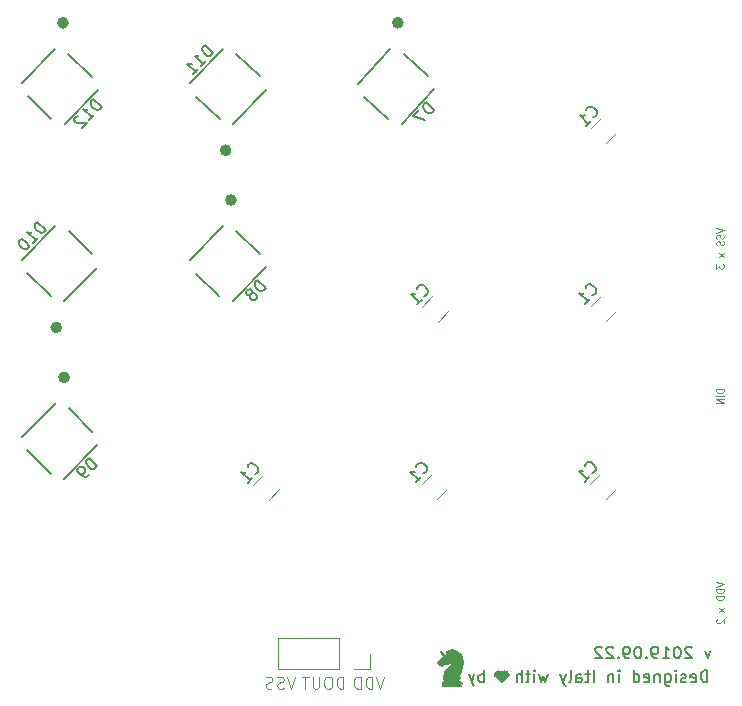
<source format=gbr>
G04 #@! TF.GenerationSoftware,KiCad,Pcbnew,5.1.4-e60b266~84~ubuntu18.04.1*
G04 #@! TF.CreationDate,2019-08-23T14:23:09+02:00*
G04 #@! TF.ProjectId,aab1,61616231-2e6b-4696-9361-645f70636258,rev?*
G04 #@! TF.SameCoordinates,Original*
G04 #@! TF.FileFunction,Legend,Bot*
G04 #@! TF.FilePolarity,Positive*
%FSLAX46Y46*%
G04 Gerber Fmt 4.6, Leading zero omitted, Abs format (unit mm)*
G04 Created by KiCad (PCBNEW 5.1.4-e60b266~84~ubuntu18.04.1) date 2019-08-23 14:23:09*
%MOMM*%
%LPD*%
G04 APERTURE LIST*
%ADD10C,0.150000*%
%ADD11C,0.100000*%
%ADD12C,0.300000*%
%ADD13C,0.500000*%
%ADD14C,0.120000*%
G04 APERTURE END LIST*
D10*
X112197825Y-145244485D02*
X111959730Y-145911151D01*
X111721635Y-145244485D01*
X110626397Y-145006390D02*
X110578778Y-144958771D01*
X110483540Y-144911151D01*
X110245444Y-144911151D01*
X110150206Y-144958771D01*
X110102587Y-145006390D01*
X110054968Y-145101628D01*
X110054968Y-145196866D01*
X110102587Y-145339723D01*
X110674016Y-145911151D01*
X110054968Y-145911151D01*
X109435921Y-144911151D02*
X109340683Y-144911151D01*
X109245444Y-144958771D01*
X109197825Y-145006390D01*
X109150206Y-145101628D01*
X109102587Y-145292104D01*
X109102587Y-145530199D01*
X109150206Y-145720675D01*
X109197825Y-145815913D01*
X109245444Y-145863532D01*
X109340683Y-145911151D01*
X109435921Y-145911151D01*
X109531159Y-145863532D01*
X109578778Y-145815913D01*
X109626397Y-145720675D01*
X109674016Y-145530199D01*
X109674016Y-145292104D01*
X109626397Y-145101628D01*
X109578778Y-145006390D01*
X109531159Y-144958771D01*
X109435921Y-144911151D01*
X108150206Y-145911151D02*
X108721635Y-145911151D01*
X108435921Y-145911151D02*
X108435921Y-144911151D01*
X108531159Y-145054009D01*
X108626397Y-145149247D01*
X108721635Y-145196866D01*
X107674016Y-145911151D02*
X107483540Y-145911151D01*
X107388302Y-145863532D01*
X107340683Y-145815913D01*
X107245444Y-145673056D01*
X107197825Y-145482580D01*
X107197825Y-145101628D01*
X107245444Y-145006390D01*
X107293064Y-144958771D01*
X107388302Y-144911151D01*
X107578778Y-144911151D01*
X107674016Y-144958771D01*
X107721635Y-145006390D01*
X107769254Y-145101628D01*
X107769254Y-145339723D01*
X107721635Y-145434961D01*
X107674016Y-145482580D01*
X107578778Y-145530199D01*
X107388302Y-145530199D01*
X107293064Y-145482580D01*
X107245444Y-145434961D01*
X107197825Y-145339723D01*
X106769254Y-145815913D02*
X106721635Y-145863532D01*
X106769254Y-145911151D01*
X106816873Y-145863532D01*
X106769254Y-145815913D01*
X106769254Y-145911151D01*
X106102587Y-144911151D02*
X106007349Y-144911151D01*
X105912111Y-144958771D01*
X105864492Y-145006390D01*
X105816873Y-145101628D01*
X105769254Y-145292104D01*
X105769254Y-145530199D01*
X105816873Y-145720675D01*
X105864492Y-145815913D01*
X105912111Y-145863532D01*
X106007349Y-145911151D01*
X106102587Y-145911151D01*
X106197825Y-145863532D01*
X106245444Y-145815913D01*
X106293064Y-145720675D01*
X106340683Y-145530199D01*
X106340683Y-145292104D01*
X106293064Y-145101628D01*
X106245444Y-145006390D01*
X106197825Y-144958771D01*
X106102587Y-144911151D01*
X105293064Y-145911151D02*
X105102587Y-145911151D01*
X105007349Y-145863532D01*
X104959730Y-145815913D01*
X104864492Y-145673056D01*
X104816873Y-145482580D01*
X104816873Y-145101628D01*
X104864492Y-145006390D01*
X104912111Y-144958771D01*
X105007349Y-144911151D01*
X105197825Y-144911151D01*
X105293064Y-144958771D01*
X105340683Y-145006390D01*
X105388302Y-145101628D01*
X105388302Y-145339723D01*
X105340683Y-145434961D01*
X105293064Y-145482580D01*
X105197825Y-145530199D01*
X105007349Y-145530199D01*
X104912111Y-145482580D01*
X104864492Y-145434961D01*
X104816873Y-145339723D01*
X104388302Y-145815913D02*
X104340683Y-145863532D01*
X104388302Y-145911151D01*
X104435921Y-145863532D01*
X104388302Y-145815913D01*
X104388302Y-145911151D01*
X103959730Y-145006390D02*
X103912111Y-144958771D01*
X103816873Y-144911151D01*
X103578778Y-144911151D01*
X103483540Y-144958771D01*
X103435921Y-145006390D01*
X103388302Y-145101628D01*
X103388302Y-145196866D01*
X103435921Y-145339723D01*
X104007349Y-145911151D01*
X103388302Y-145911151D01*
X103007349Y-145006390D02*
X102959730Y-144958771D01*
X102864492Y-144911151D01*
X102626397Y-144911151D01*
X102531159Y-144958771D01*
X102483540Y-145006390D01*
X102435921Y-145101628D01*
X102435921Y-145196866D01*
X102483540Y-145339723D01*
X103054968Y-145911151D01*
X102435921Y-145911151D01*
D11*
G36*
X90583228Y-145163418D02*
G01*
X91044424Y-145515706D01*
X91236376Y-146196671D01*
X91038865Y-147185954D01*
X90868228Y-147239708D01*
X90978228Y-147605012D01*
X90868228Y-147748623D01*
X91128170Y-147984395D01*
X91047523Y-148213771D01*
X89500679Y-148213771D01*
X89433162Y-147945469D01*
X89679275Y-147753036D01*
X89564421Y-147622216D01*
X89678750Y-147036705D01*
X90293064Y-146308771D01*
X89644086Y-146351571D01*
X89523228Y-146490801D01*
X89367755Y-146515301D01*
X89152553Y-146392781D01*
X89074975Y-146254658D01*
X89183228Y-146037361D01*
X89567355Y-145717093D01*
X89304716Y-145325862D01*
X89305245Y-145248770D01*
X89361079Y-145242167D01*
X89721367Y-145593771D01*
X89774375Y-145548771D01*
X89830847Y-145308770D01*
X90291728Y-145110479D01*
X90583228Y-145163418D01*
G37*
X90583228Y-145163418D02*
X91044424Y-145515706D01*
X91236376Y-146196671D01*
X91038865Y-147185954D01*
X90868228Y-147239708D01*
X90978228Y-147605012D01*
X90868228Y-147748623D01*
X91128170Y-147984395D01*
X91047523Y-148213771D01*
X89500679Y-148213771D01*
X89433162Y-147945469D01*
X89679275Y-147753036D01*
X89564421Y-147622216D01*
X89678750Y-147036705D01*
X90293064Y-146308771D01*
X89644086Y-146351571D01*
X89523228Y-146490801D01*
X89367755Y-146515301D01*
X89152553Y-146392781D01*
X89074975Y-146254658D01*
X89183228Y-146037361D01*
X89567355Y-145717093D01*
X89304716Y-145325862D01*
X89305245Y-145248770D01*
X89361079Y-145242167D01*
X89721367Y-145593771D01*
X89774375Y-145548771D01*
X89830847Y-145308770D01*
X90291728Y-145110479D01*
X90583228Y-145163418D01*
D12*
X94782000Y-147338000D02*
G75*
G02X94274000Y-147338000I-254000J0D01*
G01*
X94528000Y-147846000D02*
X95036000Y-147338000D01*
X94020000Y-147338000D02*
X94528000Y-147846000D01*
X94528000Y-147338000D02*
G75*
G02X95036000Y-147338000I254000J0D01*
G01*
X94020000Y-147338000D02*
G75*
G02X94528000Y-147338000I254000J0D01*
G01*
D10*
X111940683Y-147911151D02*
X111940683Y-146911151D01*
X111702587Y-146911151D01*
X111559730Y-146958771D01*
X111464492Y-147054009D01*
X111416873Y-147149247D01*
X111369254Y-147339723D01*
X111369254Y-147482580D01*
X111416873Y-147673056D01*
X111464492Y-147768294D01*
X111559730Y-147863532D01*
X111702587Y-147911151D01*
X111940683Y-147911151D01*
X110559730Y-147863532D02*
X110654968Y-147911151D01*
X110845444Y-147911151D01*
X110940683Y-147863532D01*
X110988302Y-147768294D01*
X110988302Y-147387342D01*
X110940683Y-147292104D01*
X110845444Y-147244485D01*
X110654968Y-147244485D01*
X110559730Y-147292104D01*
X110512111Y-147387342D01*
X110512111Y-147482580D01*
X110988302Y-147577818D01*
X110131159Y-147863532D02*
X110035921Y-147911151D01*
X109845444Y-147911151D01*
X109750206Y-147863532D01*
X109702587Y-147768294D01*
X109702587Y-147720675D01*
X109750206Y-147625437D01*
X109845444Y-147577818D01*
X109988302Y-147577818D01*
X110083540Y-147530199D01*
X110131159Y-147434961D01*
X110131159Y-147387342D01*
X110083540Y-147292104D01*
X109988302Y-147244485D01*
X109845444Y-147244485D01*
X109750206Y-147292104D01*
X109274016Y-147911151D02*
X109274016Y-147244485D01*
X109274016Y-146911151D02*
X109321635Y-146958771D01*
X109274016Y-147006390D01*
X109226397Y-146958771D01*
X109274016Y-146911151D01*
X109274016Y-147006390D01*
X108369254Y-147244485D02*
X108369254Y-148054009D01*
X108416873Y-148149247D01*
X108464492Y-148196866D01*
X108559730Y-148244485D01*
X108702587Y-148244485D01*
X108797825Y-148196866D01*
X108369254Y-147863532D02*
X108464492Y-147911151D01*
X108654968Y-147911151D01*
X108750206Y-147863532D01*
X108797825Y-147815913D01*
X108845444Y-147720675D01*
X108845444Y-147434961D01*
X108797825Y-147339723D01*
X108750206Y-147292104D01*
X108654968Y-147244485D01*
X108464492Y-147244485D01*
X108369254Y-147292104D01*
X107893064Y-147244485D02*
X107893064Y-147911151D01*
X107893064Y-147339723D02*
X107845444Y-147292104D01*
X107750206Y-147244485D01*
X107607349Y-147244485D01*
X107512111Y-147292104D01*
X107464492Y-147387342D01*
X107464492Y-147911151D01*
X106607349Y-147863532D02*
X106702587Y-147911151D01*
X106893064Y-147911151D01*
X106988302Y-147863532D01*
X107035921Y-147768294D01*
X107035921Y-147387342D01*
X106988302Y-147292104D01*
X106893064Y-147244485D01*
X106702587Y-147244485D01*
X106607349Y-147292104D01*
X106559730Y-147387342D01*
X106559730Y-147482580D01*
X107035921Y-147577818D01*
X105702587Y-147911151D02*
X105702587Y-146911151D01*
X105702587Y-147863532D02*
X105797825Y-147911151D01*
X105988302Y-147911151D01*
X106083540Y-147863532D01*
X106131159Y-147815913D01*
X106178778Y-147720675D01*
X106178778Y-147434961D01*
X106131159Y-147339723D01*
X106083540Y-147292104D01*
X105988302Y-147244485D01*
X105797825Y-147244485D01*
X105702587Y-147292104D01*
X104464492Y-147911151D02*
X104464492Y-147244485D01*
X104464492Y-146911151D02*
X104512111Y-146958771D01*
X104464492Y-147006390D01*
X104416873Y-146958771D01*
X104464492Y-146911151D01*
X104464492Y-147006390D01*
X103988302Y-147244485D02*
X103988302Y-147911151D01*
X103988302Y-147339723D02*
X103940683Y-147292104D01*
X103845444Y-147244485D01*
X103702587Y-147244485D01*
X103607349Y-147292104D01*
X103559730Y-147387342D01*
X103559730Y-147911151D01*
X102321635Y-147911151D02*
X102321635Y-146911151D01*
X101988302Y-147244485D02*
X101607349Y-147244485D01*
X101845444Y-146911151D02*
X101845444Y-147768294D01*
X101797825Y-147863532D01*
X101702587Y-147911151D01*
X101607349Y-147911151D01*
X100845444Y-147911151D02*
X100845444Y-147387342D01*
X100893064Y-147292104D01*
X100988302Y-147244485D01*
X101178778Y-147244485D01*
X101274016Y-147292104D01*
X100845444Y-147863532D02*
X100940683Y-147911151D01*
X101178778Y-147911151D01*
X101274016Y-147863532D01*
X101321635Y-147768294D01*
X101321635Y-147673056D01*
X101274016Y-147577818D01*
X101178778Y-147530199D01*
X100940683Y-147530199D01*
X100845444Y-147482580D01*
X100226397Y-147911151D02*
X100321635Y-147863532D01*
X100369254Y-147768294D01*
X100369254Y-146911151D01*
X99940683Y-147244485D02*
X99702587Y-147911151D01*
X99464492Y-147244485D02*
X99702587Y-147911151D01*
X99797825Y-148149247D01*
X99845444Y-148196866D01*
X99940683Y-148244485D01*
X98416873Y-147244485D02*
X98226397Y-147911151D01*
X98035921Y-147434961D01*
X97845444Y-147911151D01*
X97654968Y-147244485D01*
X97274016Y-147911151D02*
X97274016Y-147244485D01*
X97274016Y-146911151D02*
X97321635Y-146958771D01*
X97274016Y-147006390D01*
X97226397Y-146958771D01*
X97274016Y-146911151D01*
X97274016Y-147006390D01*
X96940683Y-147244485D02*
X96559730Y-147244485D01*
X96797825Y-146911151D02*
X96797825Y-147768294D01*
X96750206Y-147863532D01*
X96654968Y-147911151D01*
X96559730Y-147911151D01*
X96226397Y-147911151D02*
X96226397Y-146911151D01*
X95797825Y-147911151D02*
X95797825Y-147387342D01*
X95845444Y-147292104D01*
X95940683Y-147244485D01*
X96083540Y-147244485D01*
X96178778Y-147292104D01*
X96226397Y-147339723D01*
X93035921Y-147911151D02*
X93035921Y-146911151D01*
X93035921Y-147292104D02*
X92940683Y-147244485D01*
X92750206Y-147244485D01*
X92654968Y-147292104D01*
X92607349Y-147339723D01*
X92559730Y-147434961D01*
X92559730Y-147720675D01*
X92607349Y-147815913D01*
X92654968Y-147863532D01*
X92750206Y-147911151D01*
X92940683Y-147911151D01*
X93035921Y-147863532D01*
X92226397Y-147244485D02*
X91988302Y-147911151D01*
X91750206Y-147244485D02*
X91988302Y-147911151D01*
X92083540Y-148149247D01*
X92131159Y-148196866D01*
X92226397Y-148244485D01*
D11*
X112714492Y-139423056D02*
X113314492Y-139623056D01*
X112714492Y-139823056D01*
X113314492Y-140023056D02*
X112714492Y-140023056D01*
X112714492Y-140165913D01*
X112743064Y-140251628D01*
X112800206Y-140308771D01*
X112857349Y-140337342D01*
X112971635Y-140365913D01*
X113057349Y-140365913D01*
X113171635Y-140337342D01*
X113228778Y-140308771D01*
X113285921Y-140251628D01*
X113314492Y-140165913D01*
X113314492Y-140023056D01*
X113314492Y-140623056D02*
X112714492Y-140623056D01*
X112714492Y-140765913D01*
X112743064Y-140851628D01*
X112800206Y-140908771D01*
X112857349Y-140937342D01*
X112971635Y-140965913D01*
X113057349Y-140965913D01*
X113171635Y-140937342D01*
X113228778Y-140908771D01*
X113285921Y-140851628D01*
X113314492Y-140765913D01*
X113314492Y-140623056D01*
X113314492Y-141623056D02*
X112914492Y-141937342D01*
X112914492Y-141623056D02*
X113314492Y-141937342D01*
X112771635Y-142594485D02*
X112743064Y-142623056D01*
X112714492Y-142680199D01*
X112714492Y-142823056D01*
X112743064Y-142880199D01*
X112771635Y-142908771D01*
X112828778Y-142937342D01*
X112885921Y-142937342D01*
X112971635Y-142908771D01*
X113314492Y-142565913D01*
X113314492Y-142937342D01*
X113314492Y-123094485D02*
X112714492Y-123094485D01*
X112714492Y-123237342D01*
X112743064Y-123323056D01*
X112800206Y-123380199D01*
X112857349Y-123408771D01*
X112971635Y-123437342D01*
X113057349Y-123437342D01*
X113171635Y-123408771D01*
X113228778Y-123380199D01*
X113285921Y-123323056D01*
X113314492Y-123237342D01*
X113314492Y-123094485D01*
X113314492Y-123694485D02*
X112714492Y-123694485D01*
X113314492Y-123980199D02*
X112714492Y-123980199D01*
X113314492Y-124323056D01*
X112714492Y-124323056D01*
X112714492Y-109451628D02*
X113314492Y-109651628D01*
X112714492Y-109851628D01*
X113285921Y-110023056D02*
X113314492Y-110108771D01*
X113314492Y-110251628D01*
X113285921Y-110308771D01*
X113257349Y-110337342D01*
X113200206Y-110365913D01*
X113143064Y-110365913D01*
X113085921Y-110337342D01*
X113057349Y-110308771D01*
X113028778Y-110251628D01*
X113000206Y-110137342D01*
X112971635Y-110080199D01*
X112943064Y-110051628D01*
X112885921Y-110023056D01*
X112828778Y-110023056D01*
X112771635Y-110051628D01*
X112743064Y-110080199D01*
X112714492Y-110137342D01*
X112714492Y-110280199D01*
X112743064Y-110365913D01*
X113285921Y-110594485D02*
X113314492Y-110680199D01*
X113314492Y-110823056D01*
X113285921Y-110880199D01*
X113257349Y-110908771D01*
X113200206Y-110937342D01*
X113143064Y-110937342D01*
X113085921Y-110908771D01*
X113057349Y-110880199D01*
X113028778Y-110823056D01*
X113000206Y-110708771D01*
X112971635Y-110651628D01*
X112943064Y-110623056D01*
X112885921Y-110594485D01*
X112828778Y-110594485D01*
X112771635Y-110623056D01*
X112743064Y-110651628D01*
X112714492Y-110708771D01*
X112714492Y-110851628D01*
X112743064Y-110937342D01*
X113314492Y-111594485D02*
X112914492Y-111908771D01*
X112914492Y-111594485D02*
X113314492Y-111908771D01*
X112714492Y-112537342D02*
X112714492Y-112908771D01*
X112943064Y-112708771D01*
X112943064Y-112794485D01*
X112971635Y-112851628D01*
X113000206Y-112880199D01*
X113057349Y-112908771D01*
X113200206Y-112908771D01*
X113257349Y-112880199D01*
X113285921Y-112851628D01*
X113314492Y-112794485D01*
X113314492Y-112623056D01*
X113285921Y-112565913D01*
X113257349Y-112537342D01*
X77028778Y-147461151D02*
X76695444Y-148461151D01*
X76362111Y-147461151D01*
X76076397Y-148413532D02*
X75933540Y-148461151D01*
X75695444Y-148461151D01*
X75600206Y-148413532D01*
X75552587Y-148365913D01*
X75504968Y-148270675D01*
X75504968Y-148175437D01*
X75552587Y-148080199D01*
X75600206Y-148032580D01*
X75695444Y-147984961D01*
X75885921Y-147937342D01*
X75981159Y-147889723D01*
X76028778Y-147842104D01*
X76076397Y-147746866D01*
X76076397Y-147651628D01*
X76028778Y-147556390D01*
X75981159Y-147508771D01*
X75885921Y-147461151D01*
X75647825Y-147461151D01*
X75504968Y-147508771D01*
X75124016Y-148413532D02*
X74981159Y-148461151D01*
X74743064Y-148461151D01*
X74647825Y-148413532D01*
X74600206Y-148365913D01*
X74552587Y-148270675D01*
X74552587Y-148175437D01*
X74600206Y-148080199D01*
X74647825Y-148032580D01*
X74743064Y-147984961D01*
X74933540Y-147937342D01*
X75028778Y-147889723D01*
X75076397Y-147842104D01*
X75124016Y-147746866D01*
X75124016Y-147651628D01*
X75076397Y-147556390D01*
X75028778Y-147508771D01*
X74933540Y-147461151D01*
X74695444Y-147461151D01*
X74552587Y-147508771D01*
X81133540Y-148461151D02*
X81133540Y-147461151D01*
X80895444Y-147461151D01*
X80752587Y-147508771D01*
X80657349Y-147604009D01*
X80609730Y-147699247D01*
X80562111Y-147889723D01*
X80562111Y-148032580D01*
X80609730Y-148223056D01*
X80657349Y-148318294D01*
X80752587Y-148413532D01*
X80895444Y-148461151D01*
X81133540Y-148461151D01*
X79943064Y-147461151D02*
X79752587Y-147461151D01*
X79657349Y-147508771D01*
X79562111Y-147604009D01*
X79514492Y-147794485D01*
X79514492Y-148127818D01*
X79562111Y-148318294D01*
X79657349Y-148413532D01*
X79752587Y-148461151D01*
X79943064Y-148461151D01*
X80038302Y-148413532D01*
X80133540Y-148318294D01*
X80181159Y-148127818D01*
X80181159Y-147794485D01*
X80133540Y-147604009D01*
X80038302Y-147508771D01*
X79943064Y-147461151D01*
X79085921Y-147461151D02*
X79085921Y-148270675D01*
X79038302Y-148365913D01*
X78990683Y-148413532D01*
X78895444Y-148461151D01*
X78704968Y-148461151D01*
X78609730Y-148413532D01*
X78562111Y-148365913D01*
X78514492Y-148270675D01*
X78514492Y-147461151D01*
X78181159Y-147461151D02*
X77609730Y-147461151D01*
X77895444Y-148461151D02*
X77895444Y-147461151D01*
X84576397Y-147461151D02*
X84243064Y-148461151D01*
X83909730Y-147461151D01*
X83576397Y-148461151D02*
X83576397Y-147461151D01*
X83338302Y-147461151D01*
X83195444Y-147508771D01*
X83100206Y-147604009D01*
X83052587Y-147699247D01*
X83004968Y-147889723D01*
X83004968Y-148032580D01*
X83052587Y-148223056D01*
X83100206Y-148318294D01*
X83195444Y-148413532D01*
X83338302Y-148461151D01*
X83576397Y-148461151D01*
X82576397Y-148461151D02*
X82576397Y-147461151D01*
X82338302Y-147461151D01*
X82195444Y-147508771D01*
X82100206Y-147604009D01*
X82052587Y-147699247D01*
X82004968Y-147889723D01*
X82004968Y-148032580D01*
X82052587Y-148223056D01*
X82100206Y-148318294D01*
X82195444Y-148413532D01*
X82338302Y-148461151D01*
X82576397Y-148461151D01*
D13*
X57630310Y-92092121D02*
G75*
G03X57630310Y-92092121I-250000J0D01*
G01*
D10*
X57849338Y-94714038D02*
X59866881Y-96655563D01*
X56399872Y-100258318D02*
X54382329Y-98316793D01*
X56710031Y-94311571D02*
X53936424Y-97193776D01*
X60312786Y-97778580D02*
X57539179Y-100660785D01*
D13*
X57068935Y-117881747D02*
G75*
G03X57068935Y-117881747I-250000J0D01*
G01*
D10*
X56372805Y-115255837D02*
X54372282Y-113296780D01*
X57870599Y-109724417D02*
X59871122Y-111683474D01*
X57508557Y-115668231D02*
X60307210Y-112810340D01*
X53936194Y-112169914D02*
X56734847Y-109312023D01*
D13*
X71404289Y-102882617D02*
G75*
G03X71404289Y-102882617I-250001J0D01*
G01*
D10*
X70657830Y-100265756D02*
X68620066Y-98345464D01*
X72049158Y-94706600D02*
X74086922Y-96626892D01*
X71801289Y-100656269D02*
X74544563Y-97745178D01*
X68162425Y-97227178D02*
X70905699Y-94316087D01*
D13*
X57728009Y-122105923D02*
G75*
G03X57728009Y-122105923I-250000J0D01*
G01*
D10*
X57896616Y-124736361D02*
X59876515Y-126716260D01*
X56340982Y-130251793D02*
X54361083Y-128271894D01*
X56765246Y-124312096D02*
X53936818Y-127140524D01*
X60300780Y-127847630D02*
X57472352Y-130676058D01*
D13*
X71856296Y-107096070D02*
G75*
G03X71856296Y-107096070I-250000J0D01*
G01*
D10*
X72075324Y-109717987D02*
X74092867Y-111659512D01*
X70625858Y-115262267D02*
X68608315Y-113320742D01*
X70936017Y-109315520D02*
X68162410Y-112197725D01*
X74538772Y-112782529D02*
X71765165Y-115664734D01*
D13*
X85984488Y-92088207D02*
G75*
G03X85984488Y-92088207I-249999J0D01*
G01*
D10*
X86253764Y-94700636D02*
X88308208Y-96603071D01*
X84911002Y-100271720D02*
X82856558Y-98369285D01*
X85106941Y-94320115D02*
X82389176Y-97255034D01*
X88775590Y-97717322D02*
X86057825Y-100652241D01*
D14*
X104246941Y-101457080D02*
X103395494Y-102308527D01*
X102960006Y-100170145D02*
X102108559Y-101021592D01*
X104208889Y-116487544D02*
X103366405Y-117347861D01*
X102908549Y-115214157D02*
X102066065Y-116074474D01*
X89947340Y-116513612D02*
X89112395Y-117381248D01*
X88635937Y-115251620D02*
X87800992Y-116119256D01*
X104170020Y-131520998D02*
X103335075Y-132388634D01*
X102858617Y-130259006D02*
X102023672Y-131126642D01*
X89911723Y-131542722D02*
X89085910Y-132419053D01*
X88587176Y-130294533D02*
X87761363Y-131170864D01*
X83351532Y-146830000D02*
X83351532Y-145500000D01*
X82021532Y-146830000D02*
X83351532Y-146830000D01*
X80751532Y-146830000D02*
X80751532Y-144170000D01*
X80751532Y-144170000D02*
X75611532Y-144170000D01*
X80751532Y-146830000D02*
X75611532Y-146830000D01*
X75611532Y-146830000D02*
X75611532Y-144170000D01*
X75648752Y-131571467D02*
X74830618Y-132454972D01*
X74313364Y-130334884D02*
X73495230Y-131218389D01*
D10*
X60670374Y-99213129D02*
X59949823Y-98519728D01*
X59784727Y-98691287D01*
X59719982Y-98827242D01*
X59722567Y-98961905D01*
X59758172Y-99062255D01*
X59862401Y-99228643D01*
X59965337Y-99327701D01*
X60135604Y-99425465D01*
X60237247Y-99457192D01*
X60371909Y-99454606D01*
X60505278Y-99384689D01*
X60670374Y-99213129D01*
X59613762Y-100311112D02*
X60009991Y-99899369D01*
X59811877Y-100105240D02*
X59091325Y-99411838D01*
X59260300Y-99442272D01*
X59394962Y-99439686D01*
X59495312Y-99404081D01*
X58697681Y-99958244D02*
X58630350Y-99959537D01*
X58530000Y-99995142D01*
X58364904Y-100166701D01*
X58333178Y-100268345D01*
X58334471Y-100335676D01*
X58370076Y-100436026D01*
X58438700Y-100502064D01*
X58574655Y-100566810D01*
X59382628Y-100551296D01*
X58953379Y-100997351D01*
X55936747Y-109630178D02*
X55222274Y-108930515D01*
X55055687Y-109100627D01*
X54989758Y-109236012D01*
X54991168Y-109370692D01*
X55025896Y-109471349D01*
X55128669Y-109638640D01*
X55230736Y-109738592D01*
X55400144Y-109837839D01*
X55501506Y-109870451D01*
X55636186Y-109869041D01*
X55770160Y-109800290D01*
X55936747Y-109630178D01*
X54870593Y-110718898D02*
X55270400Y-110310628D01*
X55070497Y-110514763D02*
X54356024Y-109815100D01*
X54524726Y-109847007D01*
X54659406Y-109845596D01*
X54760063Y-109810869D01*
X53722995Y-110461527D02*
X53656361Y-110529572D01*
X53623749Y-110630935D01*
X53624454Y-110698275D01*
X53659181Y-110798932D01*
X53761954Y-110966223D01*
X53932067Y-111132810D01*
X54101474Y-111232057D01*
X54202836Y-111264669D01*
X54270176Y-111263964D01*
X54370833Y-111229236D01*
X54437468Y-111161191D01*
X54470080Y-111059828D01*
X54469375Y-110992489D01*
X54434647Y-110891832D01*
X54331874Y-110724540D01*
X54161762Y-110557953D01*
X53992355Y-110458707D01*
X53890992Y-110426095D01*
X53823652Y-110426800D01*
X53722995Y-110461527D01*
X70113853Y-94649504D02*
X69386081Y-93963685D01*
X69222791Y-94136964D01*
X69159472Y-94273590D01*
X69163468Y-94408218D01*
X69200122Y-94508190D01*
X69306087Y-94673478D01*
X69410055Y-94771452D01*
X69581336Y-94867428D01*
X69683306Y-94898088D01*
X69817933Y-94894092D01*
X69950563Y-94822783D01*
X70113853Y-94649504D01*
X69068797Y-95758491D02*
X69460693Y-95342621D01*
X69264745Y-95550556D02*
X68536972Y-94864737D01*
X68706256Y-94893400D01*
X68840884Y-94889404D01*
X68940855Y-94852750D01*
X68415637Y-96451608D02*
X68807533Y-96035737D01*
X68611585Y-96243672D02*
X67883812Y-95557854D01*
X68053096Y-95586517D01*
X68187723Y-95582521D01*
X68287695Y-95545867D01*
X60294044Y-129625498D02*
X59586938Y-128918391D01*
X59418579Y-129086750D01*
X59351235Y-129221437D01*
X59351235Y-129356124D01*
X59384907Y-129457139D01*
X59485922Y-129625498D01*
X59586938Y-129726513D01*
X59755296Y-129827529D01*
X59856312Y-129861200D01*
X59990999Y-129861200D01*
X60125686Y-129793857D01*
X60294044Y-129625498D01*
X59553266Y-130366277D02*
X59418579Y-130500964D01*
X59317563Y-130534635D01*
X59250220Y-130534635D01*
X59081861Y-130500964D01*
X58913502Y-130399948D01*
X58644128Y-130130574D01*
X58610457Y-130029559D01*
X58610457Y-129962216D01*
X58644128Y-129861200D01*
X58778815Y-129726513D01*
X58879831Y-129692841D01*
X58947174Y-129692841D01*
X59048189Y-129726513D01*
X59216548Y-129894872D01*
X59250220Y-129995887D01*
X59250220Y-130063231D01*
X59216548Y-130164246D01*
X59081861Y-130298933D01*
X58980846Y-130332605D01*
X58913502Y-130332605D01*
X58812487Y-130298933D01*
X74566170Y-114560199D02*
X73845619Y-113866797D01*
X73680523Y-114038357D01*
X73615777Y-114174312D01*
X73618363Y-114308974D01*
X73653968Y-114409324D01*
X73758197Y-114575713D01*
X73861132Y-114674770D01*
X74031399Y-114772535D01*
X74133042Y-114804261D01*
X74267705Y-114801675D01*
X74401074Y-114731759D01*
X74566170Y-114560199D01*
X73361967Y-114987456D02*
X73393693Y-114885813D01*
X73392400Y-114818482D01*
X73356796Y-114718132D01*
X73322484Y-114685113D01*
X73220841Y-114653386D01*
X73153510Y-114654679D01*
X73053159Y-114690284D01*
X72921083Y-114827532D01*
X72889356Y-114929175D01*
X72890649Y-114996506D01*
X72926254Y-115096856D01*
X72960566Y-115129875D01*
X73062209Y-115161602D01*
X73129540Y-115160309D01*
X73229890Y-115124704D01*
X73361967Y-114987456D01*
X73462317Y-114951852D01*
X73529648Y-114950559D01*
X73631291Y-114982285D01*
X73768539Y-115114362D01*
X73804144Y-115214712D01*
X73805437Y-115282043D01*
X73773710Y-115383686D01*
X73641634Y-115520934D01*
X73541284Y-115556539D01*
X73473953Y-115557831D01*
X73372310Y-115526105D01*
X73235062Y-115394029D01*
X73199457Y-115293678D01*
X73198164Y-115226347D01*
X73229890Y-115124704D01*
X88837109Y-99494137D02*
X88103379Y-98814696D01*
X87941608Y-98989394D01*
X87879484Y-99126566D01*
X87884655Y-99261154D01*
X87922179Y-99360802D01*
X88029583Y-99525159D01*
X88134401Y-99622222D01*
X88306514Y-99716700D01*
X88408747Y-99746469D01*
X88543335Y-99741299D01*
X88675338Y-99668835D01*
X88837109Y-99494137D01*
X87488647Y-99478547D02*
X87035686Y-99967700D01*
X88060605Y-100332686D01*
X102261205Y-100087089D02*
X102328548Y-100087089D01*
X102463235Y-100019745D01*
X102530579Y-99952402D01*
X102597922Y-99817714D01*
X102597922Y-99683027D01*
X102564251Y-99582012D01*
X102463235Y-99413653D01*
X102362220Y-99312638D01*
X102193861Y-99211623D01*
X102092846Y-99177951D01*
X101958159Y-99177951D01*
X101823472Y-99245295D01*
X101756128Y-99312638D01*
X101688785Y-99447325D01*
X101688785Y-99514669D01*
X101655113Y-100827867D02*
X102059174Y-100423806D01*
X101857144Y-100625837D02*
X101150037Y-99918730D01*
X101318396Y-99952402D01*
X101453083Y-99952402D01*
X101554098Y-99918730D01*
X102208916Y-115138422D02*
X102276256Y-115137717D01*
X102410230Y-115068967D01*
X102476865Y-115000922D01*
X102542794Y-114865537D01*
X102541384Y-114730858D01*
X102506656Y-114630200D01*
X102403883Y-114462909D01*
X102301816Y-114362957D01*
X102132408Y-114263710D01*
X102031046Y-114231098D01*
X101896366Y-114232508D01*
X101762392Y-114301259D01*
X101695757Y-114369304D01*
X101629828Y-114504689D01*
X101630533Y-114572028D01*
X101610615Y-115885507D02*
X102010422Y-115477237D01*
X101810519Y-115681372D02*
X101096046Y-114981709D01*
X101264748Y-115013616D01*
X101399428Y-115012205D01*
X101500085Y-114977478D01*
X87935669Y-115181994D02*
X88003000Y-115180701D01*
X88136370Y-115110785D01*
X88202408Y-115042161D01*
X88267153Y-114906206D01*
X88264568Y-114771543D01*
X88228963Y-114671193D01*
X88124734Y-114504805D01*
X88021798Y-114405747D01*
X87851531Y-114307983D01*
X87749888Y-114276256D01*
X87615226Y-114278842D01*
X87481857Y-114348759D01*
X87415818Y-114417383D01*
X87351073Y-114553338D01*
X87352366Y-114620669D01*
X87343910Y-115934272D02*
X87740140Y-115522528D01*
X87542025Y-115728400D02*
X86821474Y-115034998D01*
X86990448Y-115065431D01*
X87125110Y-115062846D01*
X87225461Y-115027241D01*
X102158349Y-130189380D02*
X102225680Y-130188087D01*
X102359050Y-130118171D01*
X102425088Y-130049547D01*
X102489833Y-129913592D01*
X102487248Y-129778929D01*
X102451643Y-129678579D01*
X102347414Y-129512191D01*
X102244478Y-129413133D01*
X102074211Y-129315369D01*
X101972568Y-129283642D01*
X101837906Y-129286228D01*
X101704537Y-129356145D01*
X101638498Y-129424769D01*
X101573753Y-129560724D01*
X101575046Y-129628055D01*
X101566590Y-130941658D02*
X101962820Y-130529914D01*
X101764705Y-130735786D02*
X101044154Y-130042384D01*
X101213128Y-130072817D01*
X101347790Y-130070232D01*
X101448141Y-130034627D01*
X87886218Y-130232243D02*
X87953532Y-130230245D01*
X88086162Y-130158936D01*
X88151478Y-130089624D01*
X88214796Y-129952999D01*
X88210801Y-129818371D01*
X88174147Y-129718399D01*
X88068182Y-129553111D01*
X87964214Y-129455137D01*
X87792933Y-129359161D01*
X87690963Y-129328501D01*
X87556335Y-129332496D01*
X87423705Y-129403806D01*
X87358389Y-129473117D01*
X87295071Y-129609743D01*
X87297069Y-129677057D01*
X87302370Y-130990676D02*
X87694266Y-130574806D01*
X87498318Y-130782741D02*
X86770545Y-130096923D01*
X86939829Y-130125585D01*
X87074456Y-130121589D01*
X87174428Y-130084936D01*
X73611889Y-130278714D02*
X73679183Y-130276129D01*
X73811186Y-130203664D01*
X73875894Y-130133785D01*
X73938018Y-129996612D01*
X73932847Y-129862025D01*
X73895323Y-129762377D01*
X73787919Y-129598020D01*
X73683100Y-129500957D01*
X73510988Y-129406479D01*
X73408755Y-129376710D01*
X73274167Y-129381880D01*
X73142164Y-129454344D01*
X73077456Y-129524223D01*
X73015332Y-129661396D01*
X73017917Y-129728690D01*
X73034681Y-131042213D02*
X73422933Y-130622939D01*
X73228807Y-130832576D02*
X72495077Y-130153134D01*
X72664605Y-130180318D01*
X72799192Y-130175148D01*
X72898841Y-130137623D01*
M02*

</source>
